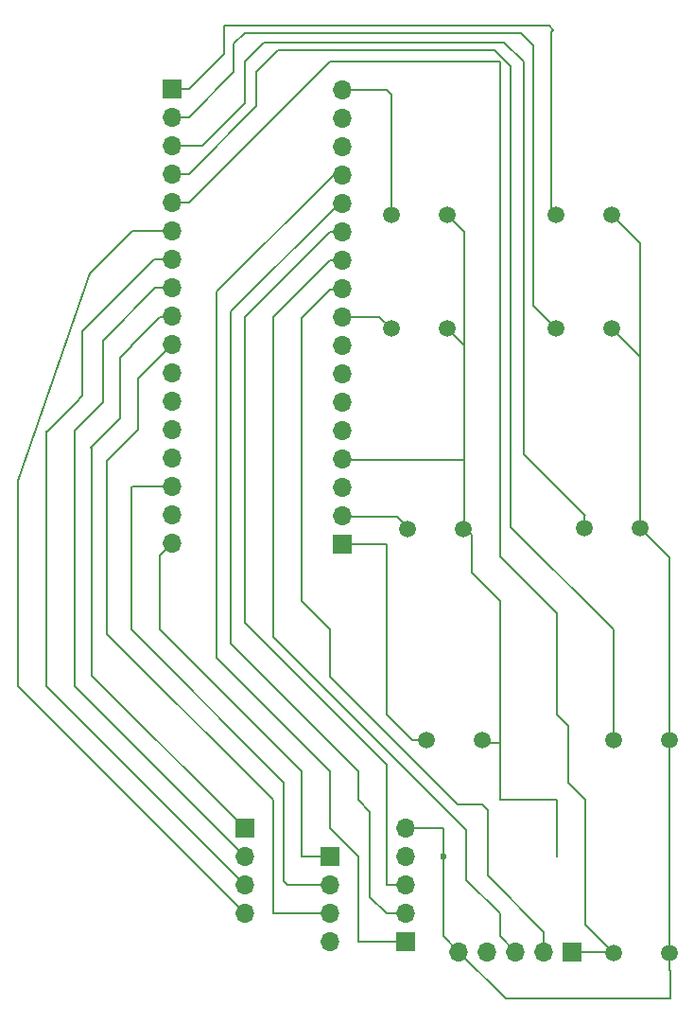
<source format=gbr>
%TF.GenerationSoftware,KiCad,Pcbnew,8.0.0*%
%TF.CreationDate,2024-11-02T12:10:27-04:00*%
%TF.ProjectId,PCB_Draft_2,5043425f-4472-4616-9674-5f322e6b6963,rev?*%
%TF.SameCoordinates,Original*%
%TF.FileFunction,Copper,L1,Top*%
%TF.FilePolarity,Positive*%
%FSLAX46Y46*%
G04 Gerber Fmt 4.6, Leading zero omitted, Abs format (unit mm)*
G04 Created by KiCad (PCBNEW 8.0.0) date 2024-11-02 12:10:27*
%MOMM*%
%LPD*%
G01*
G04 APERTURE LIST*
%TA.AperFunction,ComponentPad*%
%ADD10C,1.508000*%
%TD*%
%TA.AperFunction,ComponentPad*%
%ADD11R,1.700000X1.700000*%
%TD*%
%TA.AperFunction,ComponentPad*%
%ADD12O,1.700000X1.700000*%
%TD*%
%TA.AperFunction,ViaPad*%
%ADD13C,0.600000*%
%TD*%
%TA.AperFunction,Conductor*%
%ADD14C,0.200000*%
%TD*%
G04 APERTURE END LIST*
D10*
%TO.P,SW13,2,2*%
%TO.N,/GND*%
X90743682Y-92654749D03*
%TO.P,SW13,1,1*%
%TO.N,/D14*%
X85743682Y-92654749D03*
%TD*%
D11*
%TO.P,J4,1,Pin_1*%
%TO.N,/D15*%
X79873417Y-93935455D03*
D12*
%TO.P,J4,2,Pin_2*%
%TO.N,/D14*%
X79873417Y-91395455D03*
%TO.P,J4,3,Pin_3*%
%TO.N,/VIN*%
X79873417Y-88855455D03*
%TO.P,J4,4,Pin_4*%
%TO.N,/GND*%
X79873417Y-86315455D03*
%TO.P,J4,5,Pin_5*%
%TO.N,/RST*%
X79873417Y-83775455D03*
%TO.P,J4,6,Pin_6*%
%TO.N,/VCC*%
X79873417Y-81235455D03*
%TO.P,J4,7,Pin_7*%
%TO.N,/NC*%
X79873417Y-78695455D03*
%TO.P,J4,8,Pin_8*%
X79873417Y-76155455D03*
%TO.P,J4,9,Pin_9*%
%TO.N,/A5*%
X79873417Y-73615455D03*
%TO.P,J4,10,Pin_10*%
%TO.N,/A4*%
X79873417Y-71075455D03*
%TO.P,J4,11,Pin_11*%
%TO.N,/A3*%
X79873417Y-68535455D03*
%TO.P,J4,12,Pin_12*%
%TO.N,/A2*%
X79873417Y-65995455D03*
%TO.P,J4,13,Pin_13*%
%TO.N,/A1*%
X79873417Y-63455455D03*
%TO.P,J4,14,Pin_14*%
%TO.N,/A0*%
X79873417Y-60915455D03*
%TO.P,J4,15,Pin_15*%
%TO.N,/REF*%
X79873417Y-58375455D03*
%TO.P,J4,16,Pin_16*%
%TO.N,/3V*%
X79873417Y-55835455D03*
%TO.P,J4,17,Pin_17*%
%TO.N,/D13*%
X79873417Y-53295455D03*
%TD*%
D10*
%TO.P,SW15,1,1*%
%TO.N,/D15*%
X87416000Y-111539427D03*
%TO.P,SW15,2,2*%
%TO.N,/GND*%
X92416000Y-111539427D03*
%TD*%
%TO.P,SW1,1,1*%
%TO.N,/D13*%
X84277054Y-64530823D03*
%TO.P,SW1,2,2*%
%TO.N,/GND*%
X89277054Y-64530823D03*
%TD*%
%TO.P,SW2,1,1*%
%TO.N,/A5*%
X84277054Y-74690823D03*
%TO.P,SW2,2,2*%
%TO.N,/GND*%
X89277054Y-74690823D03*
%TD*%
%TO.P,SW16,1,1*%
%TO.N,/D10*%
X101560425Y-92499983D03*
%TO.P,SW16,2,2*%
%TO.N,/GND*%
X106560425Y-92499983D03*
%TD*%
D11*
%TO.P,J1,1,Pin_1*%
%TO.N,/A0*%
X85523050Y-129540000D03*
D12*
%TO.P,J1,2,Pin_2*%
%TO.N,/A1*%
X85523050Y-127000000D03*
%TO.P,J1,3,Pin_3*%
%TO.N,/A2*%
X85523050Y-124460000D03*
%TO.P,J1,4,Pin_4*%
%TO.N,/VCC*%
X85523050Y-121920000D03*
%TO.P,J1,5,Pin_5*%
%TO.N,/GND*%
X85523050Y-119380000D03*
%TD*%
D10*
%TO.P,SW4,1,1*%
%TO.N,/D12*%
X99009054Y-64530823D03*
%TO.P,SW4,2,2*%
%TO.N,/GND*%
X104009054Y-64530823D03*
%TD*%
%TO.P,SW14,1,1*%
%TO.N,/D9*%
X104180000Y-111539427D03*
%TO.P,SW14,2,2*%
%TO.N,/GND*%
X109180000Y-111539427D03*
%TD*%
%TO.P,SW7,1,1*%
%TO.N,/D8*%
X104180000Y-130589427D03*
%TO.P,SW7,2,2*%
%TO.N,/GND*%
X109180000Y-130589427D03*
%TD*%
D11*
%TO.P,J17,1,Pin_1*%
%TO.N,/D4*%
X71120000Y-119380000D03*
D12*
%TO.P,J17,2,Pin_2*%
%TO.N,/D5*%
X71120000Y-121920000D03*
%TO.P,J17,3,Pin_3*%
%TO.N,/D6*%
X71120000Y-124460000D03*
%TO.P,J17,4,Pin_4*%
%TO.N,/D7*%
X71120000Y-127000000D03*
%TD*%
D11*
%TO.P,J2,1,Pin_1*%
%TO.N,/D8*%
X100471417Y-130438924D03*
D12*
%TO.P,J2,2,Pin_2*%
%TO.N,/A4*%
X97931417Y-130438924D03*
%TO.P,J2,3,Pin_3*%
%TO.N,/A3*%
X95391417Y-130438924D03*
%TO.P,J2,4,Pin_4*%
%TO.N,/VCC*%
X92851417Y-130438924D03*
%TO.P,J2,5,Pin_5*%
%TO.N,/GND*%
X90311417Y-130438924D03*
%TD*%
D11*
%TO.P,J18,1,Pin_1*%
%TO.N,/D16*%
X78740000Y-121920000D03*
D12*
%TO.P,J18,2,Pin_2*%
%TO.N,/D1*%
X78740000Y-124460000D03*
%TO.P,J18,3,Pin_3*%
%TO.N,/D3*%
X78740000Y-127000000D03*
%TO.P,J18,4,Pin_4*%
%TO.N,/GND*%
X78740000Y-129540000D03*
%TD*%
D10*
%TO.P,SW3,1,1*%
%TO.N,/D11*%
X99009054Y-74690823D03*
%TO.P,SW3,2,2*%
%TO.N,/GND*%
X104009054Y-74690823D03*
%TD*%
D11*
%TO.P,J3,1,Pin_1*%
%TO.N,/D12*%
X64633417Y-53248045D03*
D12*
%TO.P,J3,2,Pin_2*%
%TO.N,/D11*%
X64633417Y-55788045D03*
%TO.P,J3,3,Pin_3*%
%TO.N,/D10*%
X64633417Y-58328045D03*
%TO.P,J3,4,Pin_4*%
%TO.N,/D9*%
X64633417Y-60868045D03*
%TO.P,J3,5,Pin_5*%
%TO.N,/D8*%
X64633417Y-63408045D03*
%TO.P,J3,6,Pin_6*%
%TO.N,/D7*%
X64633417Y-65948045D03*
%TO.P,J3,7,Pin_7*%
%TO.N,/D6*%
X64633417Y-68488045D03*
%TO.P,J3,8,Pin_8*%
%TO.N,/D5*%
X64633417Y-71028045D03*
%TO.P,J3,9,Pin_9*%
%TO.N,/D4*%
X64633417Y-73568045D03*
%TO.P,J3,10,Pin_10*%
%TO.N,/D3*%
X64633417Y-76108045D03*
%TO.P,J3,11,Pin_11*%
%TO.N,/D2*%
X64633417Y-78648045D03*
%TO.P,J3,12,Pin_12*%
%TO.N,/GND*%
X64633417Y-81188045D03*
%TO.P,J3,13,Pin_13*%
%TO.N,/RST*%
X64633417Y-83728045D03*
%TO.P,J3,14,Pin_14*%
%TO.N,/D0*%
X64633417Y-86268045D03*
%TO.P,J3,15,Pin_15*%
%TO.N,/D1*%
X64633417Y-88808045D03*
%TO.P,J3,16,Pin_16*%
%TO.N,/D17*%
X64633417Y-91348045D03*
%TO.P,J3,17,Pin_17*%
%TO.N,/D16*%
X64633417Y-93888045D03*
%TD*%
D13*
%TO.N,/GND*%
X88900000Y-121920000D03*
%TD*%
D14*
%TO.N,/A3*%
X79828872Y-68580000D02*
X79873417Y-68535455D01*
X73660000Y-73660000D02*
X78740000Y-68580000D01*
X73660000Y-102238420D02*
X73660000Y-73660000D01*
X90991471Y-119569891D02*
X73660000Y-102238420D01*
X78740000Y-68580000D02*
X79828872Y-68580000D01*
X90991471Y-124011471D02*
X90991471Y-119569891D01*
X95391417Y-130438924D02*
X93980000Y-129027507D01*
X93980000Y-129027507D02*
X93980000Y-127000000D01*
X93980000Y-127000000D02*
X90991471Y-124011471D01*
%TO.N,/GND*%
X93980000Y-99060000D02*
X93980000Y-111760000D01*
X91440000Y-96520000D02*
X93980000Y-99060000D01*
X91440000Y-93127558D02*
X91440000Y-96520000D01*
X90812425Y-78740000D02*
X90812425Y-92499983D01*
X90812425Y-92499983D02*
X91440000Y-93127558D01*
%TO.N,/D9*%
X104140000Y-106680000D02*
X104180000Y-106720000D01*
X104140000Y-101600000D02*
X104140000Y-106680000D01*
X104180000Y-106720000D02*
X104180000Y-111539427D01*
X93494329Y-49748644D02*
X94972454Y-51226769D01*
X74145671Y-49748644D02*
X93494329Y-49748644D01*
X72197679Y-54802321D02*
X72197679Y-51696636D01*
X72197679Y-51696636D02*
X74145671Y-49748644D01*
X94972454Y-92432454D02*
X104140000Y-101600000D01*
X64633417Y-60868045D02*
X66131955Y-60868045D01*
X66131955Y-60868045D02*
X72197679Y-54802321D01*
X94972454Y-51226769D02*
X94972454Y-92432454D01*
%TO.N,/A0*%
X78740000Y-119380000D02*
X81280000Y-121920000D01*
X78740000Y-114300000D02*
X78740000Y-119380000D01*
X81280000Y-129540000D02*
X85523050Y-129540000D01*
X68580000Y-104140000D02*
X78740000Y-114300000D01*
X81280000Y-121920000D02*
X81280000Y-129540000D01*
X79067388Y-60915455D02*
X68580000Y-71402843D01*
X79873417Y-60915455D02*
X79067388Y-60915455D01*
X68580000Y-71402843D02*
X68580000Y-104140000D01*
%TO.N,/A1*%
X83820000Y-127000000D02*
X85523050Y-127000000D01*
X82363565Y-125543565D02*
X83820000Y-127000000D01*
X81280000Y-116840000D02*
X82363565Y-117923565D01*
X81280000Y-114300000D02*
X81280000Y-116840000D01*
X69866383Y-102886383D02*
X81280000Y-114300000D01*
X69866383Y-73173617D02*
X69866383Y-102886383D01*
X79584545Y-63455455D02*
X69866383Y-73173617D01*
X82363565Y-117923565D02*
X82363565Y-125543565D01*
X79873417Y-63455455D02*
X79584545Y-63455455D01*
%TO.N,/A2*%
X71120000Y-101034314D02*
X83820000Y-113734314D01*
X78740000Y-66040000D02*
X71120000Y-73660000D01*
X71120000Y-73660000D02*
X71120000Y-101034314D01*
X83820000Y-113734314D02*
X83820000Y-124460000D01*
X79828872Y-66040000D02*
X78740000Y-66040000D01*
X79873417Y-65995455D02*
X79828872Y-66040000D01*
X83820000Y-124460000D02*
X85523050Y-124460000D01*
%TO.N,/A4*%
X97931417Y-128652250D02*
X97931417Y-130438924D01*
X92925328Y-123646161D02*
X97931417Y-128652250D01*
%TO.N,/D8*%
X104029497Y-130438924D02*
X104180000Y-130589427D01*
X100471417Y-130438924D02*
X104029497Y-130438924D01*
%TO.N,/A4*%
X92925328Y-117759643D02*
X92925328Y-123646161D01*
X92427156Y-117261471D02*
X92925328Y-117759643D01*
X78740000Y-105831471D02*
X90170000Y-117261471D01*
X78740000Y-101600000D02*
X78740000Y-105831471D01*
X90170000Y-117261471D02*
X92427156Y-117261471D01*
X78740000Y-71167410D02*
X76200000Y-73707410D01*
X76200000Y-99060000D02*
X78740000Y-101600000D01*
X76200000Y-73707410D02*
X76200000Y-99060000D01*
%TO.N,/VCC*%
X92509166Y-130096673D02*
X92851417Y-130438924D01*
%TO.N,/GND*%
X88900000Y-119380000D02*
X88900000Y-121920000D01*
X85523050Y-119380000D02*
X88900000Y-119380000D01*
X109180000Y-132040000D02*
X109180000Y-130589427D01*
X109220000Y-134620000D02*
X109220000Y-132080000D01*
X90311417Y-130438924D02*
X94492493Y-134620000D01*
X94492493Y-134620000D02*
X109220000Y-134620000D01*
X109220000Y-132080000D02*
X109180000Y-132040000D01*
X88900000Y-121920000D02*
X88900000Y-129027507D01*
X88900000Y-129027507D02*
X90311417Y-130438924D01*
X88888286Y-121931714D02*
X88900000Y-121920000D01*
%TO.N,/D16*%
X76200000Y-121920000D02*
X78740000Y-121920000D01*
X63500000Y-95021462D02*
X64633417Y-93888045D01*
X76200000Y-114300000D02*
X63500000Y-101600000D01*
X63500000Y-101600000D02*
X63500000Y-95021462D01*
X76200000Y-121920000D02*
X76200000Y-114300000D01*
%TO.N,/D1*%
X61051955Y-88808045D02*
X64633417Y-88808045D01*
X60960000Y-101600000D02*
X60960000Y-88900000D01*
X60960000Y-88900000D02*
X61051955Y-88808045D01*
X74639396Y-115279396D02*
X60960000Y-101600000D01*
X74639396Y-124144569D02*
X74639396Y-115279396D01*
X74954827Y-124460000D02*
X74639396Y-124144569D01*
X78740000Y-124460000D02*
X74954827Y-124460000D01*
%TO.N,/D3*%
X58820000Y-102000000D02*
X73660000Y-116840000D01*
X73660000Y-127000000D02*
X78740000Y-127000000D01*
X58820000Y-86525686D02*
X58820000Y-102000000D01*
X61563737Y-79177725D02*
X61563737Y-83674141D01*
X61563737Y-83674141D02*
X61617641Y-83728045D01*
X73660000Y-116840000D02*
X73660000Y-127000000D01*
X64633417Y-76108045D02*
X61563737Y-79177725D01*
X61617641Y-83728045D02*
X58820000Y-86525686D01*
%TO.N,/D7*%
X50800000Y-106680000D02*
X50800000Y-88320802D01*
X50800000Y-88320802D02*
X57234179Y-69765821D01*
X57234179Y-69765821D02*
X61051955Y-65948045D01*
X71120000Y-127000000D02*
X50800000Y-106680000D01*
X61051955Y-65948045D02*
X64633417Y-65948045D01*
%TO.N,/D6*%
X53340000Y-106680000D02*
X53340000Y-83987600D01*
X71120000Y-124460000D02*
X53340000Y-106680000D01*
%TO.N,/D5*%
X55880000Y-83820000D02*
X55880000Y-106680000D01*
X58420000Y-81280000D02*
X55880000Y-83820000D01*
X55880000Y-106680000D02*
X71120000Y-121920000D01*
X63145915Y-71028045D02*
X58420000Y-75753960D01*
X58420000Y-75753960D02*
X58420000Y-81280000D01*
X64633417Y-71028045D02*
X63145915Y-71028045D01*
%TO.N,/D4*%
X57446346Y-105706346D02*
X71120000Y-119380000D01*
X57326691Y-85344190D02*
X57446346Y-85463845D01*
X59956323Y-82714558D02*
X57326691Y-85344190D01*
X60960000Y-76270955D02*
X59956323Y-77274632D01*
X63500000Y-73660000D02*
X60960000Y-76200000D01*
X64541462Y-73660000D02*
X63500000Y-73660000D01*
X60960000Y-76200000D02*
X60960000Y-76270955D01*
X57446346Y-85463845D02*
X57446346Y-105706346D01*
X64633417Y-73568045D02*
X64541462Y-73660000D01*
X59956323Y-77274632D02*
X59956323Y-82714558D01*
%TO.N,/D6*%
X55963800Y-81363800D02*
X53340000Y-83987600D01*
X56608278Y-74886316D02*
X56608278Y-80719322D01*
X63006549Y-68488045D02*
X56608278Y-74886316D01*
X64633417Y-68488045D02*
X63006549Y-68488045D01*
X56608278Y-80719322D02*
X55963800Y-81363800D01*
X53340000Y-83987600D02*
X53340000Y-83820000D01*
%TO.N,/D7*%
X55880000Y-73671023D02*
X55885851Y-73654149D01*
%TO.N,/D8*%
X66131955Y-63408045D02*
X64633417Y-63408045D01*
X78740000Y-50800000D02*
X66131955Y-63408045D01*
X93980000Y-50800000D02*
X78740000Y-50800000D01*
X93980000Y-95101872D02*
X93980000Y-50800000D01*
X99060000Y-100181872D02*
X93980000Y-95101872D01*
X99060000Y-109220000D02*
X99060000Y-100181872D01*
X100106425Y-115346425D02*
X100106425Y-110266425D01*
X100106425Y-110266425D02*
X99060000Y-109220000D01*
X101600000Y-116840000D02*
X100106425Y-115346425D01*
X101600000Y-127000000D02*
X101600000Y-116840000D01*
%TO.N,/GND*%
X104009054Y-64530823D02*
X106560425Y-67082194D01*
X90812425Y-66066194D02*
X90812425Y-78740000D01*
X99060000Y-116840000D02*
X93980000Y-116840000D01*
X89277054Y-74690823D02*
X90812425Y-76226194D01*
X79965372Y-86407410D02*
X90765015Y-86407410D01*
X93980000Y-111760000D02*
X92636573Y-111760000D01*
X93980000Y-116840000D02*
X93980000Y-111760000D01*
X106560425Y-67082194D02*
X106560425Y-78740000D01*
X90765015Y-86407410D02*
X90812425Y-86360000D01*
X79873417Y-86315455D02*
X79965372Y-86407410D01*
X106560425Y-77242194D02*
X106560425Y-78740000D01*
X106560425Y-78740000D02*
X106560425Y-92499983D01*
X99060000Y-121920000D02*
X99060000Y-116840000D01*
X109180000Y-101640000D02*
X109180000Y-95119558D01*
X89277054Y-64530823D02*
X90812425Y-66066194D01*
X109180000Y-130589427D02*
X109180000Y-111539427D01*
X109180000Y-95119558D02*
X106560425Y-92499983D01*
X92636573Y-111760000D02*
X92416000Y-111539427D01*
X109180000Y-101640000D02*
X109220000Y-101600000D01*
X90812425Y-76226194D02*
X90812425Y-78740000D01*
X104009054Y-74690823D02*
X106560425Y-77242194D01*
X109180000Y-111539427D02*
X109180000Y-101640000D01*
%TO.N,/D17*%
X64541462Y-91440000D02*
X64633417Y-91348045D01*
%TO.N,/D11*%
X96960106Y-49334421D02*
X96960106Y-72641875D01*
X95885685Y-48260000D02*
X96960106Y-49334421D01*
X70166651Y-49213349D02*
X71120000Y-48260000D01*
X71120000Y-48260000D02*
X95885685Y-48260000D01*
X70166651Y-51753349D02*
X70166651Y-49213349D01*
X64633417Y-55788045D02*
X66131955Y-55788045D01*
X96960106Y-72641875D02*
X99009054Y-74690823D01*
X66131955Y-55788045D02*
X70166651Y-51753349D01*
%TO.N,/D10*%
X101600000Y-91440000D02*
X101560425Y-91479575D01*
X64633417Y-58328045D02*
X67334036Y-58328045D01*
X94380000Y-49060000D02*
X96120000Y-50800000D01*
X71120000Y-54542081D02*
X71120000Y-50800000D01*
X96120000Y-50800000D02*
X96120000Y-85960000D01*
X96120000Y-85960000D02*
X101600000Y-91440000D01*
X67334036Y-58328045D02*
X71120000Y-54542081D01*
X101560425Y-91479575D02*
X101560425Y-92499983D01*
X72860000Y-49060000D02*
X94380000Y-49060000D01*
X71120000Y-50800000D02*
X72860000Y-49060000D01*
%TO.N,/D15*%
X86139427Y-111539427D02*
X83820000Y-109220000D01*
X83775455Y-93935455D02*
X79873417Y-93935455D01*
X87416000Y-111539427D02*
X86139427Y-111539427D01*
X83820000Y-109220000D02*
X83820000Y-93980000D01*
X83820000Y-93980000D02*
X83775455Y-93935455D01*
%TO.N,/D14*%
X79965372Y-91487410D02*
X84799852Y-91487410D01*
X79873417Y-91395455D02*
X79965372Y-91487410D01*
X84799852Y-91487410D02*
X85812425Y-92499983D01*
%TO.N,/D8*%
X101600000Y-128009427D02*
X101600000Y-127000000D01*
X104180000Y-130589427D02*
X101600000Y-128009427D01*
%TO.N,/D2*%
X64541462Y-78740000D02*
X64633417Y-78648045D01*
%TO.N,/D12*%
X98609054Y-48145260D02*
X98609054Y-64130823D01*
X98389246Y-47589246D02*
X98777157Y-47977157D01*
X69298760Y-50081240D02*
X69298760Y-47589246D01*
X69298760Y-47589246D02*
X98389246Y-47589246D01*
X66131955Y-53248045D02*
X69298760Y-50081240D01*
X64633417Y-53248045D02*
X66131955Y-53248045D01*
X98609054Y-64130823D02*
X99009054Y-64530823D01*
X98777157Y-47977157D02*
X98609054Y-48145260D01*
%TO.N,/D4*%
X64540279Y-73661183D02*
X64633417Y-73568045D01*
%TO.N,/D13*%
X79917962Y-53340000D02*
X79873417Y-53295455D01*
X83820000Y-53340000D02*
X79917962Y-53340000D01*
X84277054Y-64530823D02*
X84277054Y-53797054D01*
X84277054Y-53797054D02*
X83820000Y-53340000D01*
%TO.N,/A5*%
X79873417Y-73615455D02*
X83201686Y-73615455D01*
X83201686Y-73615455D02*
X84277054Y-74690823D01*
X84277054Y-74690823D02*
X84277054Y-74117054D01*
%TO.N,/A4*%
X78692590Y-71167410D02*
X78740000Y-71167410D01*
X78740000Y-71167410D02*
X79781462Y-71167410D01*
X79781462Y-71167410D02*
X79873417Y-71075455D01*
%TO.N,/D0*%
X64541462Y-86360000D02*
X64633417Y-86268045D01*
%TO.N,/D1*%
X64541462Y-88900000D02*
X64633417Y-88808045D01*
%TD*%
M02*

</source>
